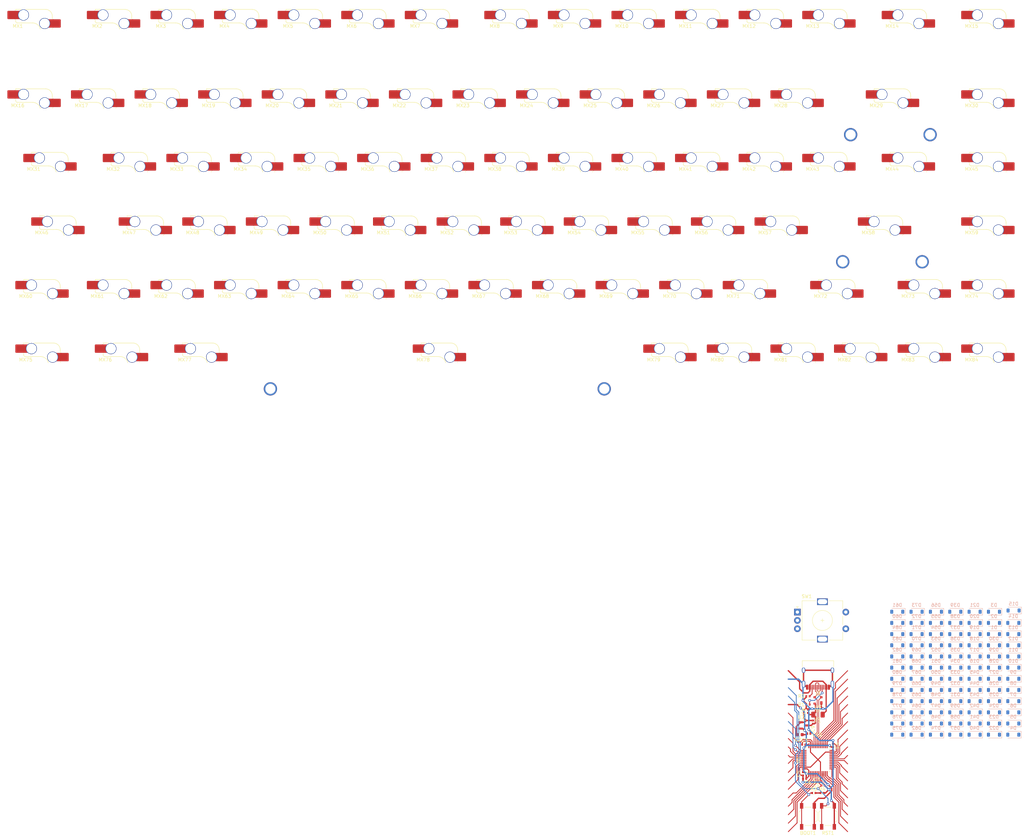
<source format=kicad_pcb>
(kicad_pcb (version 20221018) (generator pcbnew)
  (layers (0 "F.Cu" signal) (31 "B.Cu" signal) (34 "B.Paste" user) (35 "F.Paste" user) (36 "B.SilkS" user "B.Silkscreen") (37 "F.SilkS" user "F.Silkscreen") (38 "B.Mask" user) (39 "F.Mask" user) (44 "Edge.Cuts" user))
  (net 0 "")
  (net 1 "+5V")
  (net 2 "GND")
  (net 3 "+3V3")
  (net 4 "NRST")
  (net 5 "VBUS")
  (net 6 "Net-(J1-CC1)")
  (net 8 "Net-(D1-A)")
  (net 10 "Net-(J1-CC2)")
  (net 12 "BOOT0")
  (net 13 "/C15")
  (net 14 "/F0")
  (net 15 "/F1")
  (net 16 "/B1")
  (net 17 "/B2")
  (net 18 "/B10")
  (net 19 "/B11")
  (net 20 "/B12")
  (net 21 "/B13")
  (net 22 "/B14")
  (net 23 "/B15")
  (net 24 "/A8")
  (net 25 "/A15")
  (net 26 "/B4")
  (net 27 "/B5")
  (net 28 "/B6")
  (net 29 "/B7")
  (net 30 "/A2")
  (net 31 "/A3")
  (net 32 "/A4")
  (net 33 "/A5")
  (net 34 "/A6")
  (net 35 "/A7")
  (net 36 "/B0")
  (net 37 "/B3")
  (net 38 "/B8")
  (net 39 "/A1")
  (net 40 "/A9")
  (net 41 "/A10")
  (net 42 "/A13")
  (net 43 "/A14")
  (net 44 "Net-(R3-Pad2)")
  (net 45 "/A0")
  (net 46 "D+")
  (net 47 "D-")
  (net 49 "Net-(D2-A)")
  (net 51 "Net-(D3-A)")
  (net 53 "Net-(D4-A)")
  (net 55 "Net-(D5-A)")
  (net 57 "Net-(D6-A)")
  (net 59 "Net-(D7-A)")
  (net 61 "Net-(D8-A)")
  (net 63 "Net-(D9-A)")
  (net 65 "Net-(D10-A)")
  (net 67 "Net-(D11-A)")
  (net 69 "Net-(D12-A)")
  (net 71 "Net-(D13-A)")
  (net 73 "Net-(D14-A)")
  (net 75 "Net-(D15-A)")
  (net 77 "Net-(D16-A)")
  (net 79 "Net-(D17-A)")
  (net 81 "Net-(D18-A)")
  (net 83 "Net-(D19-A)")
  (net 85 "Net-(D20-A)")
  (net 87 "Net-(D21-A)")
  (net 89 "Net-(D22-A)")
  (net 91 "Net-(D23-A)")
  (net 93 "Net-(D24-A)")
  (net 95 "Net-(D25-A)")
  (net 97 "Net-(D26-A)")
  (net 99 "Net-(D27-A)")
  (net 101 "Net-(D28-A)")
  (net 103 "Net-(D29-A)")
  (net 105 "Net-(D30-A)")
  (net 107 "Net-(D31-A)")
  (net 109 "Net-(D32-A)")
  (net 111 "Net-(D33-A)")
  (net 113 "Net-(D34-A)")
  (net 115 "Net-(D35-A)")
  (net 117 "Net-(D36-A)")
  (net 119 "Net-(D37-A)")
  (net 121 "Net-(D38-A)")
  (net 123 "Net-(D39-A)")
  (net 125 "Net-(D40-A)")
  (net 127 "Net-(D41-A)")
  (net 129 "Net-(D42-A)")
  (net 131 "Net-(D43-A)")
  (net 133 "Net-(D44-A)")
  (net 135 "Net-(D45-A)")
  (net 137 "Net-(D46-A)")
  (net 139 "Net-(D47-A)")
  (net 141 "Net-(D48-A)")
  (net 143 "Net-(D49-A)")
  (net 145 "Net-(D50-A)")
  (net 147 "Net-(D51-A)")
  (net 149 "Net-(D52-A)")
  (net 151 "Net-(D53-A)")
  (net 153 "Net-(D54-A)")
  (net 155 "Net-(D55-A)")
  (net 157 "Net-(D56-A)")
  (net 159 "Net-(D57-A)")
  (net 161 "Net-(D58-A)")
  (net 163 "Net-(D59-A)")
  (net 165 "Net-(D60-A)")
  (net 167 "Net-(D61-A)")
  (net 169 "Net-(D62-A)")
  (net 171 "Net-(D63-A)")
  (net 173 "Net-(D64-A)")
  (net 175 "Net-(D65-A)")
  (net 177 "Net-(D66-A)")
  (net 179 "Net-(D67-A)")
  (net 181 "Net-(D68-A)")
  (net 183 "Net-(D69-A)")
  (net 185 "Net-(D70-A)")
  (net 187 "Net-(D71-A)")
  (net 189 "Net-(D72-A)")
  (net 191 "Net-(D73-A)")
  (net 193 "Net-(D74-A)")
  (net 195 "Net-(D75-A)")
  (net 197 "Net-(D76-A)")
  (net 199 "Net-(D77-A)")
  (net 201 "Net-(D78-A)")
  (net 203 "Net-(D79-A)")
  (net 205 "Net-(D80-A)")
  (net 207 "Net-(D81-A)")
  (net 209 "Net-(D82-A)")
  (net 211 "Net-(D83-A)")
  (net 213 "Net-(D84-A)")
  (net 296 "unconnected-(U1-PC13-Pad2)")
  (net 297 "unconnected-(U1-PC14-Pad3)")
  (net 298 "unconnected-(U1-PB9-Pad46)")
  (footprint "PCM_marbastlib-mx:SW_MX_HS_CPG151101S11_1u" (layer "F.Cu") (at 103.3825 50.3525)
    (fp_text reference "MX20")
    (fp_text value "MX_SW_HS")
  )
  (footprint "PCM_marbastlib-mx:SW_MX_HS_CPG151101S11_1u" (layer "F.Cu") (at 136.72 88.4525)
    (fp_text reference "MX51")
    (fp_text value "MX_SW_HS")
  )
  (footprint "PCM_marbastlib-mx:SW_MX_HS_CPG151101S11_1u" (layer "F.Cu") (at 112.9075 69.4025)
    (fp_text reference "MX35")
    (fp_text value "MX_SW_HS")
  )
  (footprint "PCM_marbastlib-mx:SW_MX_HS_CPG151101S11_1u" (layer "F.Cu") (at 312.9325 88.4525)
    (fp_text reference "MX59")
    (fp_text value "MX_SW_HS")
  )
  (footprint "PCM_marbastlib-mx:SW_MX_HS_CPG151101S11_1u" (layer "F.Cu") (at 231.97 88.4525)
    (fp_text reference "MX56")
    (fp_text value "MX_SW_HS")
  )
  (footprint "Capacitor_SMD:C_0402_1005Metric" (layer "F.Cu") (at 267.1675 240.43 90)
    (fp_text reference "C4")
    (fp_text value "100nF")
  )
  (footprint "PCM_marbastlib-mx:SW_MX_HS_CPG151101S11_1u" (layer "F.Cu") (at 255.7825 50.3525)
    (fp_text reference "MX28")
    (fp_text value "MX_SW_HS")
  )
  (footprint "Package_QFP:LQFP-48_7x7mm_P0.5mm" (layer "F.Cu") (at 262.6675 244.68 90)
    (fp_text reference "U1")
    (fp_text value "STM32F072CBT6")
  )
  (footprint "PCM_marbastlib-mx:SW_MX_HS_CPG151101S11_1u" (layer "F.Cu") (at 227.2075 26.54)
    (fp_text reference "MX11")
    (fp_text value "MX_SW_HS")
  )
  (footprint "PCM_marbastlib-mx:SW_MX_HS_CPG151101S11_1u" (layer "F.Cu") (at 246.2575 26.54)
    (fp_text reference "MX12")
    (fp_text value "MX_SW_HS")
  )
  (footprint "PCM_marbastlib-mx:SW_MX_HS_CPG151101S11_1u" (layer "F.Cu") (at 108.145 26.54)
    (fp_text reference "MX5")
    (fp_text value "MX_SW_HS")
  )
  (footprint "Capacitor_SMD:C_0402_1005Metric" (layer "F.Cu") (at 258.4175 240.18 180)
    (fp_text reference "C3")
    (fp_text value "100nF")
  )
  (footprint "PCM_marbastlib-mx:SW_MX_HS_CPG151101S11_1u" (layer "F.Cu") (at 70.045 107.5025)
    (fp_text reference "MX62")
    (fp_text value "MX_SW_HS")
  )
  (footprint "PCM_marbastlib-mx:SW_MX_HS_CPG151101S11_1u" (layer "F.Cu") (at 241.495 107.5025)
    (fp_text reference "MX71")
    (fp_text value "MX_SW_HS")
  )
  (footprint "PCM_marbastlib-mx:SW_MX_HS_CPG151101S11_1u" (layer "F.Cu") (at 198.6325 50.3525)
    (fp_text reference "MX25")
    (fp_text value "MX_SW_HS")
  )
  (footprint "PCM_marbastlib-mx:SW_MX_HS_CPG151101S11_1u" (layer "F.Cu") (at 55.7575 69.4025)
    (fp_text reference "MX32")
    (fp_text value "MX_SW_HS")
  )
  (footprint "PCM_marbastlib-mx:SW_MX_HS_CPG151101S11_1u" (layer "F.Cu") (at 98.62 88.4525)
    (fp_text reference "MX49")
    (fp_text value "MX_SW_HS")
  )
  (footprint "Button_Switch_SMD:SW_SPST_TL3342" (layer "F.Cu") (at 259.6675 261.68 -90)
    (fp_text reference "BOOT1")
    (fp_text value "SW_SPST")
  )
  (footprint "PCM_marbastlib-mx:SW_MX_HS_CPG151101S11_1u" (layer "F.Cu") (at 84.3325 50.3525)
    (fp_text reference "MX19")
    (fp_text value "MX_SW_HS")
  )
  (footprint "PCM_marbastlib-mx:SW_MX_HS_CPG151101S11_1u" (layer "F.Cu") (at 284.3575 50.3525)
    (fp_text reference "MX29")
    (fp_text value "MX_SW_HS")
  )
  (footprint "PCM_marbastlib-mx:SW_MX_HS_CPG151101S11_1u" (layer "F.Cu") (at 212.92 88.4525)
    (fp_text reference "MX55")
    (fp_text value "MX_SW_HS")
  )
  (footprint "PCM_marbastlib-mx:SW_MX_HS_CPG151101S11_1u" (layer "F.Cu") (at 312.9325 50.3525)
    (fp_text reference "MX30")
    (fp_text value "MX_SW_HS")
  )
  (footprint "Package_TO_SOT_SMD:SOT-143" (layer "F.Cu") (at 262.6675 226.93 180)
    (fp_text reference "U2")
    (fp_text value "PRTR5V0U2X")
  )
  (footprint "Capacitor_SMD:C_0402_1005Metric" (layer "F.Cu") (at 258.1675 248.93 -90)
    (fp_text reference "C5")
    (fp_text value "100nF")
  )
  (footprint "PCM_marbastlib-mx:SW_MX_HS_CPG151101S11_1u" (layer "F.Cu") (at 293.8825 107.5025)
    (fp_text reference "MX73")
    (fp_text value "MX_SW_HS")
  )
  (footprint "PCM_marbastlib-mx:SW_MX_HS_CPG151101S11_1u" (layer "F.Cu") (at 53.37625 126.5525)
    (fp_text reference "MX76")
    (fp_text value "MX_SW_HS")
  )
  (footprint "PCM_marbastlib-mx:SW_MX_HS_CPG151101S11_1u" (layer "F.Cu") (at 174.82 88.4525)
    (fp_text reference "MX53")
    (fp_text value "MX_SW_HS")
  )
  (footprint "PCM_marbastlib-mx:SW_MX_HS_CPG151101S11_1u" (layer "F.Cu") (at 122.4325 50.3525)
    (fp_text reference "MX21")
    (fp_text value "MX_SW_HS")
  )
  (footprint "PCM_marbastlib-mx:SW_MX_HS_CPG151101S11_1u" (layer "F.Cu") (at 312.9325 26.54)
    (fp_text reference "MX15")
    (fp_text value "MX_SW_HS")
  )
  (footprint "PCM_marbastlib-mx:SW_MX_HS_CPG151101S11_1u" (layer "F.Cu") (at 170.0575 69.4025)
    (fp_text reference "MX38")
    (fp_text value "MX_SW_HS")
  )
  (footprint "PCM_marbastlib-mx:SW_MX_HS_CPG151101S11_1u" (layer "F.Cu") (at 217.6825 126.5525)
    (fp_text reference "MX79")
    (fp_text value "MX_SW_HS")
  )
  (footprint "Button_Switch_SMD:SW_SPST_TL3342" (layer "F.Cu") (at 265.6675 261.68 90)
    (fp_text reference "RST1")
    (fp_text value "SW_SPST")
  )
  (footprint "PCM_marbastlib-mx:SW_MX_HS_CPG151101S11_1u" (layer "F.Cu") (at 27.1825 26.54)
    (fp_text reference "MX1")
    (fp_text value "MX_SW_HS")
  )
  (footprint "PCM_marbastlib-mx:SW_MX_HS_CPG151101S11_1u" (layer "F.Cu") (at 155.77 88.4525)
    (fp_text reference "MX52")
    (fp_text value "MX_SW_HS")
  )
  (footprint "PCM_marbastlib-mx:SW_MX_HS_CPG151101S11_1u" (layer "F.Cu") (at 89.095 107.5025)
    (fp_text reference "MX63")
    (fp_text value "MX_SW_HS")
  )
  (footprint "PCM_marbastlib-mx:SW_MX_HS_CPG151101S11_1u" (layer "F.Cu") (at 89.095 26.54)
    (fp_text reference "MX4")
    (fp_text value "MX_SW_HS")
  )
  (footprint "PCM_marbastlib-mx:SW_MX_HS_CPG151101S11_1u" (layer "F.Cu") (at 289.12 26.54)
    (fp_text reference "MX14")
    (fp_text value "MX_SW_HS")
  )
  (footprint "PCM_marbastlib-mx:SW_MX_HS_CPG151101S11_1u" (layer "F.Cu") (at 236.7325 126.5525)
    (fp_text reference "MX80")
    (fp_text value "MX_SW_HS")
  )
  (footprint "PCM_marbastlib-mx:SW_MX_HS_CPG151101S11_1u" (layer "F.Cu") (at 170.0575 26.54)
    (fp_text reference "MX8")
    (fp_text value "MX_SW_HS")
  )
  (footprint "PCM_marbastlib-mx:SW_MX_HS_CPG151101S11_1u" (layer "F.Cu") (at 281.97625 88.4525)
    (fp_text reference "MX58")
    (fp_text value "MX_SW_HS")
  )
  (footprint "PCM_marbastlib-mx:SW_MX_HS_CPG151101S11_1u" (layer "F.Cu") (at 217.6825 50.3525)
    (fp_text reference "MX26")
    (fp_text value "MX_SW_HS")
  )
  (footprint "PCM_marbastlib-mx:SW_MX_HS_CPG151101S11_1u" (layer "F.Cu") (at 31.945 69.4025)
    (fp_text reference "MX31")
    (fp_text value "MX_SW_HS")
  )
  (footprint "PCM_marbastlib-mx:SW_MX_HS_CPG151101S11_1u" (layer "F.Cu") (at 208.1575 69.4025)
    (fp_text reference "MX40")
    (fp_text value "MX_SW_HS")
  )
  (footprint "PCM_marbastlib-mx:SW_MX_HS_CPG151101S11_1u" (layer "F.Cu") (at 289.12 69.4025)
    (fp_text reference "MX44")
    (fp_text value "MX_SW_HS")
  )
  (footprint "PCM_marbastlib-mx:SW_MX_HS_CPG151101S11_1u" (layer "F.Cu") (at 203.395 107.5025)
    (fp_text reference "MX69")
    (fp_text value "MX_SW_HS")
  )
  (footprint "Package_TO_SOT_SMD:SOT-23" (layer "F.Cu") (at 258.4175 234.43)
    (fp_text reference "U3")
    (fp_text value "XC6206PxxxMR-Regulator_Linear")
  )
  (footprint "PCM_marbastlib-mx:SW_MX_HS_CPG151101S11_1u" (layer "F.Cu") (at 146.245 107.5025)
    (fp_text reference "MX66")
    (fp_text value "MX_SW_HS")
  )
  (footprint "PCM_marbastlib-mx:SW_MX_HS_CPG151101S11_1u" (layer "F.Cu") (at 189.1075 26.54)
    (fp_text reference "MX9")
    (fp_text value "MX_SW_HS")
  )
  (footprint "PCM_marbastlib-mx:SW_MX_HS_CPG151101S11_1u" (layer "F.Cu") (at 60.52 88.4525)
    (fp_text reference "MX47")
    (fp_text value "MX_SW_HS")
  )
  (footprint "PCM_marbastlib-mx:STAB_MX_P_6.25u" (layer "F.Cu") (at 148.62625 126.5525 180)
    (fp_text reference "S81" hide)
    (fp_text value "MX_stab")
  )
  (footprint "Capacitor_SMD:C_0402_1005Metric" (layer "F.Cu") (at 258.6675 250.43 180)
    (fp_text reference "C6")
    (fp_text value "100nF")
  )
  (footprint "PCM_marbastlib-mx:SW_MX_HS_CPG151101S11_1u" (layer "F.Cu") (at 148.62625 126.5525)
    (fp_text reference "MX78")
    (fp_text value "MX_SW_HS")
  )
  (footprint "PCM_marbastlib-mx:SW_MX_HS_CPG151101S11_1u" (layer "F.Cu") (at 208.1575 26.54)
    (fp_text reference "MX10")
    (fp_text value "MX_SW_HS")
  )
  (footprint "PCM_marbastlib-mx:SW_MX_HS_CPG151101S11_1u" (layer "F.Cu") (at 236.7325 50.3525)
    (fp_text reference "MX27")
    (fp_text value "MX_SW_HS")
  )
  (footprint "PCM_marbastlib-mx:SW_MX_HS_CPG151101S11_1u" (layer "F.Cu") (at 267.68875 107.5025)
    (fp_text reference "MX72")
    (fp_text value "MX_SW_HS")
  )
  (footprint "PCM_marbastlib-mx:SW_MX_HS_CPG151101S11_1u" (layer "F.Cu") (at 70.045 26.54)
    (fp_text reference "MX3")
    (fp_text value "MX_SW_HS")
  )
  (footprint "PCM_marbastlib-mx:SW_MX_HS_CPG151101S11_1u" (layer "F.Cu") (at 160.5325 50.3525)
    (fp_text reference "MX23")
    (fp_text value "MX_SW_HS")
  )
  (footprint "PCM_marbastlib-mx:SW_MX_HS_CPG151101S11_1u" (layer "F.Cu") (at 50.995 26.54)
    (fp_text reference "MX2")
    (fp_text value "MX_SW_HS")
  )
  (footprint "PCM_marbastlib-mx:SW_MX_HS_CPG151101S11_1u" (layer "F.Cu") (at 141.4825 50.3525)
    (fp_text reference "MX22")
    (fp_text value "MX_SW_HS")
  )
  (footprint "PCM_marbastlib-mx:SW_MX_HS_CPG151101S11_1u" (layer "F.Cu") (at 117.67 88.4525)
    (fp_text reference "MX50")
    (fp_text value "MX_SW_HS")
  )
  (footprint "PCM_marbastlib-mx:SW_MX_HS_CPG151101S11_1u" (layer "F.Cu") (at 312.9325 126.5525)
    (fp_text reference "MX84")
    (fp_text value "MX_SW_HS")
  )
  (footprint "Resistor_SMD:R_0402_1005Metric" (layer "F.Cu") (at 259.6675 228.18)
    (fp_text reference "R1")
    (fp_text value "5.1k")
  )
  (footprint "PCM_marbastlib-mx:SW_MX_HS_CPG151101S11_1u" (layer "F.Cu") (at 79.57 88.4525)
    (fp_text reference "MX48")
    (fp_text value "MX_SW_HS")
  )
  (footprint "PCM_marbastlib-mx:SW_MX_HS_CPG151101S11_1u" (layer "F.Cu") (at 74.8075 69.4025)
    (fp_text reference "MX33")
    (fp_text value "MX_SW_HS")
  )
  (footprint "PCM_marbastlib-mx:SW_MX_HS_CPG151101S11_1u" (layer "F.Cu") (at 27.1825 50.3525)
    (fp_text reference "MX16")
    (fp_text value "MX_SW_HS")
  )
  (footprint "PCM_marbastlib-mx:SW_MX_HS_CPG151101S11_1u" (layer "F.Cu") (at 46.2325 50.3525)
    (fp_text reference "MX17")
    (fp_text value "MX_SW_HS")
  )
  (footprint "PCM_marbastlib-mx:SW_MX_HS_CPG151101S11_1u" (layer "F.Cu") (at 131.9575 69.4025)
    (fp_text reference "MX36")
    (fp_text value "MX_SW_HS")
  )
  (footprint "Capacitor_SMD:C_0402_1005Metric" (layer "F.Cu") (at 259.9175 236.93)
    (fp_text reference "C10")
    (fp_text value "1uF")
  )
  (footprint "PCM_marbastlib-mx:SW_MX_HS_CPG151101S11_1u" (layer "F.Cu") (at 127.195 107.5025)
    (fp_text reference "MX65")
    (fp_text value "MX_SW_HS")
  )
  (footprint "Fuse:Fuse_1206_3216Metric" (layer "F.Cu") (at 262.6675 231.18 180)
    (fp_text reference "F1")
    (fp_text value "500mA")
  )
  (footprint "PCM_marbastlib-mx:SW_MX_HS_CPG151101S11_1u" (layer "F.Cu") (at 293.8825 126.5525)
    (fp_text reference "MX83")
    (fp_text value "MX_SW_HS")
  )
  (footprint "PCM_marbastlib-mx:SW_MX_HS_CPG151101S11_1u" (layer "F.Cu") (at 127.195 26.54)
    (fp_text reference "MX6")
    (fp_text value "MX_SW_HS")
  )
  (footprint "PCM_marbastlib-mx:SW_MX_HS_CPG151101S11_1u" (layer "F.Cu") (at 193.87 88.4525)
    (fp_text reference "MX54")
    (fp_text value "MX_SW_HS")
  )
  (footprint "PCM_marbastlib-mx:SW_MX_HS_CPG151101S11_1u" (layer "F.Cu") (at 227.2075 69.4025)
    (fp_text reference "MX41")
    (fp_text value "MX_SW_HS")
  )
  (footprint "Capacitor_SMD:C_0402_1005Metric" (layer "F.Cu") (at 261.1675 233.43 90)
    (fp_text reference "C9")
    (fp_text value "1uF")
  )
  (footprint "PCM_marbastlib-mx:SW_MX_HS_CPG151101S11_1u" (layer "F.Cu") (at 265.3075 26.54)
    (fp_text reference "MX13")
    (fp_text value "MX_SW_HS")
  )
  (footprint "PCM_marbastlib-mx:STAB_MX_P_2.25u" (layer "F.Cu") (at 281.97625 88.4525 180)
    (fp_text reference "S47" hide)
    (fp_text value "MX_stab")
  )
  (footprint "PCM_marbastlib-mx:SW_MX_HS_CPG151101S11_1u" (layer "F.Cu") (at 50.995 107.5025)
    (fp_text reference "MX61")
    (fp_text value "MX_SW_HS")
  )
  (footprint "PCM_marbastlib-mx:SW_MX_HS_CPG151101S11_1u" (layer "F.Cu") (at 34.32625 88.4525)
    (fp_text reference "MX46")
    (fp_text value "MX_SW_HS")
  )
  (footprint "Capacitor_SMD:C_0402_1005Metric" (layer "F.Cu") (at 264.180923 252.416577)
    (fp_text reference "C1")
    (fp_text value "100nF")
  )
  (footprint "Resistor_SMD:R_0402_1005Metric" (layer "F.Cu") (at 263.9175 254.68)
    (fp_text reference "R4")
    (fp_text value "5.1k")
  )
  (footprint "PCM_marbastlib-mx:SW_MX_HS_CPG151101S11_1u" (layer "F.Cu") (at 93.8575 69.4025)
    (fp_text reference "MX34")
    (fp_text value "MX_SW_HS")
  )
  (footprint "PCM_marbastlib-mx:SW_MX_HS_CPG151101S11_1u" (layer "F.Cu") (at 246.2575 69.4025)
    (fp_text reference "MX42")
    (fp_text value "MX_SW_HS")
  )
  (footprint "PCM_marbastlib-mx:SW_MX_HS_CPG151101S11_1u" (layer "F.Cu") (at 222.445 107.5025)
    (fp_text reference "MX70")
    (fp_text value "MX_SW_HS")
  )
  (footprint "PCM_marbastlib-mx:SW_MX_HS_CPG151101S11_1u" (layer "F.Cu") (at 265.3075 69.4025)
    (fp_text reference "MX43")
    (fp_text value "MX_SW_HS")
  )
  (footprint "PCM_marbastlib-mx:STAB_MX_P_2u" (layer "F.Cu") (at 284.3575 50.3525 180)
    (fp_text reference "S17" hide)
    (fp_text value "MX_stab")
  )
  (footprint "Rotary_Encoder:RotaryEncoder_Alps_EC11E-Switch_Vertical_H20mm" (layer "F.Cu") (at 256.4975 200.45)
    (fp_text reference "SW1")
    (fp_text value "RotaryEncoder_Switch")
  )
  (footprint "PCM_marbastlib-mx:SW_MX_HS_CPG151101S11_1u" (layer "F.Cu") (at 108.145 107.5025)
    (fp_text reference "MX64")
    (fp_text value "MX_SW_HS")
  )
  (footprint "Capacitor_SMD:C_0402_1005Metric" (layer "F.Cu") (at 264.180923 251.166577 180)
    (fp_text reference "C7")
    (fp_text value "100nF")
  )
  (footprint "PCM_marbastlib-mx:SW_MX_HS_CPG151101S11_1u" (layer "F.Cu") (at 179.5825 50.3525)
    (fp_text reference "MX24")
    (fp_text value "MX_SW_HS")
  )
  (footprint "Resistor_SMD:R_0402_1005Metric" (layer "F.Cu") (at 259.6675 225.68 180)
    (fp_text reference "R2")
    (fp_text value "5.1k")
  )
  (footprint "PCM_marbastlib-mx:SW_MX_HS_CPG151101S11_1u" (layer "F.Cu") (at 251.02 88.4525)
    (fp_text reference "MX57")
    (fp_text value "MX_SW_HS")
  )
  (footprint "PCM_marbastlib-mx:SW_MX_HS_CPG151101S11_1u" (layer "F.Cu") (at 274.8325 126.5525)
    (fp_text reference "MX82")
    (fp_text value "MX_SW_HS")
  )
  (footprint "PCM_marbastlib-mx:SW_MX_HS_CPG151101S11_1u" (layer "F.Cu") (at 165.295 107.5025)
    (fp_text reference "MX67")
    (fp_text value "MX_SW_HS")
  )
  (footprint "Connector_USB:USB_C_Receptacle_HRO_TYPE-C-31-M-12" (layer "F.Cu") (at 262.6675 218.93 180)
    (fp_text reference "J1")
    (fp_text value "USB_C_Receptacle_USB2.0")
  )
  (footprint "PCM_marbastlib-mx:SW_MX_HS_CPG151101S11_1u" (layer "F.Cu") (at 65.2825 50.3525)
    (fp_text reference "MX18")
    (fp_text value "MX_SW_HS")
  )
  (footprint "PCM_marbastlib-mx:SW_MX_HS_CPG151101S11_1u" (layer "F.Cu") (at 77.18875 126.5525)
    (fp_text reference "MX77")
    (fp_text value "MX_SW_HS")
  )
  (footprint "PCM_marbastlib-mx:SW_MX_HS_CPG151101S11_1u" (layer "F.Cu") (at 29.56375 126.5525)
    (fp_text reference "MX75")
    (fp_text value "MX_SW_HS")
  )
  (footprint "Resistor_SMD:R_0402_1005Metric" (layer "F.Cu") (at 261.4175 254.68)
    (fp_text reference "R3")
    (fp_text value "5.1k")
  )
  (footprint "PCM_marbastlib-mx:SW_MX_HS_CPG151101S11_1u" (layer "F.Cu") (at 255.7825 126.5525)
    (fp_text reference "MX81")
    (fp_text value "MX_SW_HS")
  )
  (footprint "Capacitor_SMD:C_0603_1608Metric" (layer "F.Cu") (at 257.1675 237.18 180)
    (fp_text reference "C2")
    (fp_text value "10uF")
  )
  (footprint "Capacitor_SMD:C_0402_1005Metric" (layer "F.Cu") (at 259.6675 230.18 90)
    (fp_text reference "C8")
    (fp_text value "100nF")
  )
  (footprint "PCM_marbastlib-mx:SW_MX_HS_CPG151101S11_1u" (layer "F.Cu") (at 312.9325 69.4025)
    (fp_text reference "MX45")
    (fp_text value "MX_SW_HS")
  )
  (footprint "PCM_marbastlib-mx:SW_MX_HS_CPG151101S11_1u" (layer "F.Cu") (at 184.345 107.5025)
    (fp_text reference "MX68")
    (fp_text value "MX_SW_HS")
  )
  (footprint "PCM_marbastlib-mx:SW_MX_HS_CPG151101S11_1u" (layer "F.Cu") (at 151.0075 69.4025)
    (fp_text reference "MX37")
    (fp_text value "MX_SW_HS")
  )
  (footprint "PCM_marbastlib-mx:SW_MX_HS_CPG151101S11_1u" (layer "F.Cu") (at 29.56375 107.5025)
    (fp_text reference "MX60")
    (fp_text value "MX_SW_HS")
  )
  (footprint "PCM_marbastlib-mx:SW_MX_HS_CPG151101S11_1u" (layer "F.Cu") (at 312.9325 107.5025)
    (fp_text reference "MX74")
    (fp_text value "MX_SW_HS")
  )
  (footprint "PCM_marbastlib-mx:SW_MX_HS_CPG151101S11_1u" (layer "F.Cu") (at 189.1075 69.4025)
    (fp_text reference "MX39")
    (fp_text value "MX_SW_HS")
  )
  (footprint "PCM_marbastlib-mx:SW_MX_HS_CPG151101S11_1u" (layer "F.Cu") (at 146.245 26.54)
    (fp_text reference "MX7")
    (fp_text value "MX_SW_HS")
  )
  (footprint "Diode_SMD:D_SOD-123" (layer "B.Cu") (at 309.592502 237.2 180)
    (fp_text reference "D40")
    (fp_text value "D_Small")
  )
  (footprint "Diode_SMD:D_SOD-123" (layer "B.Cu") (at 298.002502 210.4 180)
    (fp_text reference "D53")
    (fp_text value "D_Small")
  )
  (footprint "Diode_SMD:D_SOD-123" (layer "B.Cu") (at 298.002502 233.85 180)
    (fp_text reference "D46")
    (fp_text value "D_Small")
  )
  (footprint "Diode_SMD:D_SOD-123" (layer "B.Cu") (at 315.387502 213.75 180)
    (fp_text reference "D29")
    (fp_text value "D_Small")
  )
  (footprint "Diode_SMD:D_SOD-123" (layer "B.Cu") (at 315.387502 210.4 180)
    (fp_text reference "D30")
    (fp_text value "D_Small")
  )
  (footprint "Diode_SMD:D_SOD-123" (layer "B.Cu") (at 309.592502 230.5 180)
    (fp_text reference "D42")
    (fp_text value "D_Small")
  )
  (footprint "Diode_SMD:D_SOD-123" (layer "B.Cu") (at 292.207502 203.7 180)
    (fp_text reference "D72")
    (fp_text value "D_Small")
  )
  (footprint "Diode_SMD:D_SOD-123" (layer "B.Cu") (at 298.002502 217.1 180)
    (fp_text reference "D51")
    (fp_text value "D_Small")
  )
  (footprint "Diode_SMD:D_SOD-123" (layer "B.Cu") (at 321.266877 199.974375 180)
    (fp_text reference "D15")
    (fp_text value "D_Small")
  )
  (footprint "Diode_SMD:D_SOD-123" (layer "B.Cu") (at 298.002502 220.45 180)
    (fp_text reference "D50")
    (fp_text value "D_Small")
  )
  (footprint "Diode_SMD:D_SOD-123" (layer "B.Cu") (at 292.207502 207.05 180)
    (fp_text reference "D71")
    (fp_text value "D_Small")
  )
  (footprint "Diode_SMD:D_SOD-123" (layer "B.Cu") (at 309.592502 200.35 180)
    (fp_text reference "D21")
    (fp_text value "D_Small")
  )
  (footprint "Diode_SMD:D_SOD-123" (layer "B.Cu") (at 309.592502 203.7 180)
    (fp_text reference "D20")
    (fp_text value "D_Small")
  )
  (footprint "Diode_SMD:D_SOD-123" (layer "B.Cu") (at 292.207502 223.8 180)
    (fp_text reference "D66")
    (fp_text value "D_Small")
  )
  (footprint "Diode_SMD:D_SOD-123" (layer "B.Cu") (at 309.592502 223.8 180)
    (fp_text reference "D44")
    (fp_text value "D_Small")
  )
  (footprint "Diode_SMD:D_SOD-123" (layer "B.Cu") (at 286.412502 200.35 180)
    (fp_text reference "D61")
    (fp_text value "D_Small")
  )
  (footprint "Diode_SMD:D_SOD-123" (layer "B.Cu") (at 309.592502 213.75 180)
    (fp_text reference "D17")
    (fp_text value "D_Small")
  )
  (footprint "Diode_SMD:D_SOD-123" (layer "B.Cu") (at 303.797502 210.4 180)
    (fp_text reference "D36")
    (fp_text value "D_Small")
  )
  (footprint "Diode_SMD:D_SOD-123" (layer "B.Cu") (at 315.387502 237.2 180)
    (fp_text reference "D22")
    (fp_text value "D_Small")
  )
  (footprint "Diode_SMD:D_SOD-123" (layer "B.Cu") (at 292.207502 217.1 180)
    (fp_text reference "D68")
    (fp_text value "D_Small")
  )
  (footprint "Diode_SMD:D_SOD-123" (layer "B.Cu") (at 315.387502 223.8 180)
    (fp_text reference "D26")
    (fp_text value "D_Small")
  )
  (footprint "Diode_SMD:D_SOD-123" (layer "B.Cu") (at 298.002502 200.35 180)
    (fp_text reference "D56")
    (fp_text value "D_Small")
  )
  (footprint "Diode_SMD:D_SOD-123" (layer "B.Cu") (at 321.182502 227.15 180)
    (fp_text reference "D7")
    (fp_text value "D_Small")
  )
  (footprint "Diode_SMD:D_SOD-123" (layer "B.Cu") (at 303.797502 230.5 180)
    (fp_text reference "D59")
    (fp_text value "D_Small")
  )
  (footprint "Diode_SMD:D_SOD-123" (layer "B.Cu") (at 315.387502 233.85 180)
    (fp_text reference "D23")
    (fp_text value "D_Small")
  )
  (footprint "Diode_SMD:D_SOD-123" (layer "B.Cu") (at 321.182502 233.85 180)
    (fp_text reference "D5")
    (fp_text value "D_Small")
  )
  (footprint "Diode_SMD:D_SOD-123" (layer "B.Cu") (at 303.797502 237.2 180)
    (fp_text reference "D57")
    (fp_text value "D_Small")
  )
  (footprint "Diode_SMD:D_SOD-123" (layer "B.Cu") (at 286.412502 210.4 180)
    (fp_text reference "D83")
    (fp_text value "D_Small")
  )
  (footprint "Diode_SMD:D_SOD-123" (layer "B.Cu") (at 321.182502 207.05 180)
    (fp_text reference "D13")
    (fp_text value "D_Small")
  )
  (footprint "Diode_SMD:D_SOD-123" (layer "B.Cu") (at 315.387502 207.05 180)
    (fp_text reference "D1")
    (fp_text value "D_Small")
  )
  (footprint "Diode_SMD:D_SOD-123" (layer "B.Cu") (at 309.592502 217.1 180)
    (fp_text reference "D16")
    (fp_text value "D_Small")
  )
  (footprint "Diode_SMD:D_SOD-123" (layer "B.Cu") (at 321.182502 210.4 180)
    (fp_text reference "D12")
    (fp_text value "D_Small")
  )
  (footprint "Diode_SMD:D_SOD-123" (layer "B.Cu") (at 298.002502 230.5 180)
    (fp_text reference "D47")
    (fp_text value "D_Small")
  )
  (footprint "Diode_SMD:D_SOD-123" (layer "B.Cu") (at 292.207502 230.5 180)
    (fp_text reference "D64")
    (fp_text value "D_Small")
  )
  (footprint "Diode_SMD:D_SOD-123" (layer "B.Cu") (at 286.412502 237.2 180)
    (fp_text reference "D75")
    (fp_text value "D_Small")
  )
  (footprint "Diode_SMD:D_SOD-123" (layer "B.Cu") (at 309.592502 210.4 180)
    (fp_text reference "D18")
    (fp_text value "D_Small")
  )
  (footprint "Diode_SMD:D_SOD-123" (layer "B.Cu") (at 321.182502 230.5 180)
    (fp_text reference "D6")
    (fp_text value "D_Small")
  )
  (footprint "Diode_SMD:D_SOD-123" (layer "B.Cu") (at 292.207502 213.75 180)
    (fp_text reference "D69")
    (fp_text value "D_Small")
  )
  (footprint "Diode_SMD:D_SOD-123" (layer "B.Cu") (at 286.412502 230.5 180)
    (fp_text reference "D77")
    (fp_text value "D_Small")
  )
  (footprint "Diode_SMD:D_SOD-123" (layer "B.Cu") (at 286.412502 207.05 180)
    (fp_text reference "D84")
    (fp_text value "D_Small")
  )
  (footprint "Diode_SMD:D_SOD-123" (layer "B.Cu") (at 286.412502 227.15 180)
    (fp_text reference "D78")
    (fp_text value "D_Small")
  )
  (footprint "Diode_SMD:D_SOD-123" (layer "B.Cu") (at 286.412502 213.75 180)
    (fp_text reference "D82")
    (fp_text value "D_Small")
  )
  (footprint "Diode_SMD:D_SOD-123" (layer "B.Cu") (at 298.002502 213.75 180)
    (fp_text reference "D52")
    (fp_text value "D_Small")
  )
  (footprint "Diode_SMD:D_SOD-123" (layer "B.Cu") (at 321.182502 213.75 180)
    (fp_text reference "D11")
    (fp_text value "D_Small")
  )
  (footprint "Diode_SMD:D_SOD-123" (layer "B.Cu") (at 315.387502 230.5 180)
    (fp_text reference "D24")
    (fp_text value "D_Small")
  )
  (footprint "Diode_SMD:D_SOD-123" (layer "B.Cu") (at 298.002502 237.2 180)
    (fp_text reference "D74")
    (fp_text value "D_Small")
  )
  (footprint "Diode_SMD:D_SOD-123" (layer "B.Cu") (at 321.182502 237.2 180)
    (fp_text reference "D4")
    (fp_text value "D_Small")
  )
  (footprint "Diode_SMD:D_SOD-123" (layer "B.Cu") (at 303.797502 200.35 180)
    (fp_text reference "D39")
    (fp_text value "D_Small")
  )
  (footprint "Diode_SMD:D_SOD-123" (layer "B.Cu") (at 309.592502 207.05 180)
    (fp_text reference "D19")
    (fp_text value "D_Small")
  )
  (footprint "Diode_SMD:D_SOD-123" (layer "B.Cu") (at 315.387502 220.45 180)
    (fp_text reference "D27")
    (fp_text value "D_Small")
  )
  (footprint "Diode_SMD:D_SOD-123" (layer "B.Cu") (at 321.182502 223.8 180)
    (fp_text reference "D8")
    (fp_text value "D_Small")
  )
  (footprint "Diode_SMD:D_SOD-123" (layer "B.Cu") (at 303.797502 220.45 180)
    (fp_text reference "D33")
    (fp_text value "D_Small")
  )
  (footprint "Diode_SMD:D_SOD-123" (layer "B.Cu") (at 321.182502 220.45 180)
    (fp_text reference "D9")
    (fp_text value "D_Small")
  )
  (footprint "Diode_SMD:D_SOD-123" (layer "B.Cu") (at 292.207502 237.2 180)
    (fp_text reference "D62")
    (fp_text value "D_Small")
  )
  (footprint "Diode_SMD:D_SOD-123" (layer "B.Cu") (at 309.592502 227.15 180)
    (fp_text reference "D43")
    (fp_text value "D_Small")
  )
  (footprint "Diode_SMD:D_SOD-123" (layer "B.Cu") (at 309.592502 233.85 180)
    (fp_text reference "D41")
    (fp_text value "D_Small")
  )
  (footprint "Diode_SMD:D_SOD-123" (layer "B.Cu") (at 303.797502 233.85 180)
    (fp_text reference "D58")
    (fp_text value "D_Small")
  )
  (footprint "Diode_SMD:D_SOD-123" (layer "B.Cu") (at 292.207502 220.45 180)
    (fp_text reference "D67")
    (fp_text value "D_Small")
  )
  (footprint "Diode_SMD:D_SOD-123" (layer "B.Cu") (at 298.002502 223.8 180)
    (fp_text reference "D49")
    (fp_text value "D_Small")
  )
  (footprint "Diode_SMD:D_SOD-123" (layer "B.Cu") (at 315.387502 227.15 180)
    (fp_text reference "D25")
    (fp_text value "D_Small")
  )
  (footprint "Diode_SMD:D_SOD-123" (layer "B.Cu") (at 298.002502 227.15 180)
    (fp_text reference "D48")
    (fp_text value "D_Small")
  )
  (footprint "Diode_SMD:D_SOD-123" (layer "B.Cu") (at 292.207502 200.35 180)
    (fp_text reference "D73")
    (fp_text value "D_Small")
  )
  (footprint "Diode_SMD:D_SOD-123" (layer "B.Cu") (at 286.412502 203.7 180)
    (fp_text reference "D60")
    (fp_text value "D_Small")
  )
  (footprint "Diode_SMD:D_SOD-123" (layer "B.Cu") (at 303.797502 213.75 180)
    (fp_text reference "D35")
    (fp_text value "D_Small")
  )
  (footprint "Diode_SMD:D_SOD-123" (layer "B.Cu") (at 309.592502 220.45 180)
    (fp_text reference "D45")
    (fp_text value "D_Small")
  )
  (footprint "Diode_SMD:D_SOD-123" (layer "B.Cu") (at 298.002502 207.05 180)
    (fp_text reference "D54")
    (fp_text value "D_Small")
  )
  (footprint "Diode_SMD:D_SOD-123" (layer "B.Cu") (at 303.797502 217.1 180)
    (fp_text reference "D34")
    (fp_text value "D_Small")
  )
  (footprint "Diode_SMD:D_SOD-123" (layer "B.Cu") (at 315.387502 217.1 180)
    (fp_text reference "D28")
    (fp_text value "D_Small")
  )
  (footprint "Diode_SMD:D_SOD-123" (layer "B.Cu") (at 298.002502 203.7 180)
    (fp_text reference "D55")
    (fp_text value "D_Small")
  )
  (footprint "Diode_SMD:D_SOD-123" (layer "B.Cu") (at 303.797502 227.15 180)
    (fp_text reference "D31")
    (fp_text value "D_Small")
  )
  (footprint "Diode_SMD:D_SOD-123" (layer "B.Cu") (at 303.797502 223.8 180)
    (fp_text reference "D32")
    (fp_text value "D_Small")
  )
  (footprint "Diode_SMD:D_SOD-123" (layer "B.Cu") (at 315.387502 200.35 180)
    (fp_text reference "D3")
    (fp_text value "D_Small")
  )
  (footprint "Diode_SMD:D_SOD-123" (layer "B.Cu") (at 286.412502 233.85 180)
    (fp_text reference "D76")
    (fp_text value "D_Small")
  )
  (footprint "Diode_SMD:D_SOD-123" (layer "B.Cu") (at 321.182502 217.1 180)
    (fp_text reference "D10")
    (fp_text value "D_Small")
  )
  (footprint "Diode_SMD:D_SOD-123" (layer "B.Cu") (at 286.412502 217.1 180)
    (fp_text reference "D81")
    (fp_text value "D_Small")
  )
  (footprint "Diode_SMD:D_SOD-123" (layer "B.Cu") (at 286.412502 223.8 180)
    (fp_text reference "D79")
    (fp_text value "D_Small")
  )
  (footprint "Diode_SMD:D_SOD-123" (layer "B.Cu") (at 303.797502 207.05 180)
    (fp_text reference "D37")
    (fp_text value "D_Small")
  )
  (footprint "Diode_SMD:D_SOD-123" (layer "B.Cu") (at 292.207502 210.4 180)
    (fp_text reference "D70")
    (fp_text value "D_Small")
  )
  (footprint "Diode_SMD:D_SOD-123" (layer "B.Cu") (at 303.797502 203.7 180)
    (fp_text reference "D38")
    (fp_text value "D_Small")
  )
  (footprint "Diode_SMD:D_SOD-123" (layer "B.Cu") (at 292.207502 227.15 180)
    (fp_text reference "D65")
    (fp_text value "D_Small")
  )
  (footprint "Diode_SMD:D_SOD-123" (layer "B.Cu") (at 315.387502 203.7 180)
    (fp_text reference "D2")
    (fp_text value "D_Small")
  )
  (footprint "Diode_SMD:D_SOD-123" (layer "B.Cu") (at 292.207502 233.85 180)
    (fp_text reference "D63")
    (fp_text value "D_Small")
  )
  (footprint "Diode_SMD:D_SOD-123" (layer "B.Cu") (at 286.412502 220.45 180)
    (fp_text reference "D80")
    (fp_text value "D_Small")
  )
  (footprint "Diode_SMD:D_SOD-123" (layer "B.Cu") (at 321.182502 203.7 180)
    (fp_text reference "D14")
    (fp_text value "D_Small")
  )
  (segment (start 261.9175 233.68) (end 261.9175 231.83) (width 0.4) (layer "F.Cu") (net 1))
  (segment (start 261.9175 228.13) (end 261.6675 227.88) (width 0.4) (layer "F.Cu") (net 1))
  (segment (start 260.1875 231.18) (end 259.6675 230.66) (width 0.4) (layer "F.Cu") (net 1))
  (segment (start 259.355 234.43) (end 260.6475 234.43) (width 0.4) (layer "F.Cu") (net 1))
  (segment (start 261.9175 230.53) (end 261.9175 228.13) (width 0.4) (layer "F.Cu") (net 1))
  (segment (start 261.2675 231.18) (end 261.9175 230.53) (width 0.4) (layer "F.Cu") (net 1))
  (segment (start 260.6475 234.43) (end 261.1675 233.91) (width 0.4) (layer "F.Cu") (net 1))
  (segment (start 261.9175 231.83) (end 261.2675 231.18) (width 0.4) (layer "F.Cu") (net 1))
  (segment (start 261.2675 231.18) (end 260.1875 231.18) (width 0.4) (layer "F.Cu") (net 1))
  (segment (start 261.1675 233.91) (end 261.6875 233.91) (width 0.4) (layer "F.Cu") (net 1))
  (segment (start 261.6875 233.91) (end 261.9175 233.68) (width 0.4) (layer "F.Cu") (net 1))
  (segment (start 258.3475 222.06) (end 258.3475 217.88) (width 0.4) (layer "F.Cu") (net 2))
  (segment (start 268.1675 240.43) (end 267.6875 239.95) (width 0.3) (layer "F.Cu") (net 2))
  (segment (start 257.9375 239.66) (end 257.9375 240.18) (width 0.3) (layer "F.Cu") (net 2))
  (segment (start 263.700923 251.284133) (end 263.700923 251.166577) (width 0.4) (layer "F.Cu") (net 2))
  (segment (start 263.4175 248.8425) (end 263.4175 250.883154) (width 0.3) (layer "F.Cu") (net 2))
  (segment (start 256.1675 234.7925) (end 257.48 233.48) (width 0.4) (layer "F.Cu") (net 2))
  (segment (start 258.1875 250.43) (end 258.1675 251.43) (width 0.4) (layer "F.Cu") (net 2))
  (segment (start 257.48 233.48) (end 258.6375 233.48) (width 0.4) (layer "F.Cu") (net 2))
  (segment (start 263.4175 248.8425) (end 263.4175 245.43) (width 0.3) (layer "F.Cu") (net 2))
  (segment (start 266.9875 217.88) (end 266.9875 222.06) (width 0.4) (layer "F.Cu") (net 2))
  (segment (start 263.4175 245.43) (end 262.6675 244.68) (width 0.3) (layer "F.Cu") (net 2))
  (segment (start 260.4175 240.5175) (end 260.4175 242.43) (width 0.3) (layer "F.Cu") (net 2))
  (segment (start 259.1575 227.92) (end 259.1575 228.18) (width 0.4) (layer "F.Cu") (net 2))
  (segment (start 266.83 242.43) (end 264.9175 242.43) (width 0.3) (layer "F.Cu") (net 2))
  (segment (start 258.1675 226.93) (end 259.1575 225.94) (width 0.4) (layer "F.Cu") (net 2))
  (segment (start 259.9175 235.68) (end 260.3975 236.16) (width 0.4) (layer "F.Cu") (net 2))
  (segment (start 258.505 246.93) (end 257.4175 246.93) (width 0.3) (layer "F.Cu") (net 2))
  (segment (start 266.6675 256.93) (end 267.5675 257.83) (width 0.4) (layer "F.Cu") (net 2))
  (segment (start 258.6375 233.48) (end 259.1675 232.95) (width 0.4) (layer "F.Cu") (net 2))
  (segment (start 258.1675 249.41) (end 258.1675 250.41) (width 0.4) (layer "F.Cu") (net 2))
  (segment (start 264.1675 229.43) (end 263.6675 228.93) (width 0.4) (layer "F.Cu") (net 2))
  (segment (start 267.1675 239.95) (end 267.1675 238.93) (width 0.4) (layer "F.Cu") (net 2))
  (segment (start 257.1675 247.18) (end 257.1675 248.93) (width 0.3) (layer "F.Cu") (net 2))
  (segment (start 256.1675 236.955) (end 256.1675 234.7925) (width 0.4) (layer "F.Cu") (net 2))
  (segment (start 262.6675 244.68) (end 260.4175 246.93) (width 0.3) (layer "F.Cu") (net 2))
  (segment (start 257.6475 249.41) (end 258.1675 249.41) (width 0.3) (layer "F.Cu") (net 2))
  (segment (start 263.4175 250.883154) (end 263.700923 251.166577) (width 0.3) (layer "F.Cu") (net 2))
  (segment (start 267.5675 257.83) (end 267.5675 258.53) (width 0.4) (layer "F.Cu") (net 2))
  (segment (start 259.4175 222.975) (end 259.2625 222.975) (width 0.4) (layer "F.Cu") (net 2))
  (segment (start 264.660923 252.416577) (end 264.660923 252.244133) (width 0.4) (layer "F.Cu") (net 2))
  (segment (start 267.5675 258.53) (end 267.5675 264.83) (width 0.4) (layer "F.Cu") (net 2))
  (segment (start 258.3475 217.88) (end 266.9875 217.88) (width 0.4) (layer "F.Cu") (net 2))
  (segment (start 260.4175 242.43) (end 262.6675 244.68) (width 0.3) (layer "F.Cu") (net 2))
  (segment (start 259.2625 222.975) (end 258.3475 222.06) (width 0.4) (layer "F.Cu") (net 2))
  (segment (start 260.9175 229.43) (end 259.9375 229.43) (width 0.4) (layer "F.Cu") (net 2))
  (segment (start 267.6875 239.95) (end 267.1675 239.95) (width 0.3) (layer "F.Cu") (net 2))
  (segment (start 264.680923 252.416577) (end 265.930923 253.666577) (width 0.4) (layer "F.Cu") (net 2))
  (segment (start 263.6675 228.93) (end 263.6675 227.68) (width 0.4) (layer "F.Cu") (net 2))
  (segment (start 264.9175 242.43) (end 262.6675 244.68) (width 0.3) (layer "F.Cu") (net 2))
  (segment (start 264.4275 254.68) (end 264.9175 254.68) (width 0.4) (layer "F.Cu") (net 2))
  (segment (start 268.1675 242.18) (end 268.1675 240.43) (width 0.3) (layer "F.Cu") (net 2))
  (segment (start 259.1575 229.19) (end 258.4175 229.93) (width 0.4) (layer "F.Cu") (net 2))
  (segment (start 258.4175 232.2) (end 259.1675 232.95) (width 0.4) (layer "F.Cu") (net 2))
  (segment (start 259.9375 229.43) (end 259.6675 229.7) (width 0.4) (layer "F.Cu") (net 2))
  (segment (start 259.1575 229.19) (end 259.1575 228.18) (width 0.4) (layer "F.Cu") (net 2))
  (segment (start 259.1575 225.94) (end 259.1575 225.68) (width 0.4) (layer "F.Cu") (net 2))
  (segment (start 266.9875 222.06) (end 266.0725 222.975) (width 0.4) (layer "F.Cu") (net 2))
  (segment (start 257.1675 248.93) (end 257.6475 249.41) (width 0.3) (layer "F.Cu") (net 2))
  (segment (start 266.0725 222.975) (end 265.9175 222.975) (width 0.4) (layer "F.Cu") (net 2))
  (segment (start 261.1675 232.95) (end 259.1675 232.95) (width 0.4) (layer "F.Cu") (net 2))
  (segment (start 257.4175 246.93) (end 257.1675 247.18) (width 0.3) (layer "F.Cu") (net 2))
  (segment (start 260.1675 239.18) (end 258.4175 239.18) (width 0.3) (layer "F.Cu") (net 2))
  (segment (start 266.83 242.43) (end 267.9175 242.43) (width 0.3) (layer "F.Cu") (net 2))
  (segment (start 260.4175 239.43) (end 260.1675 239.18) (width 0.3) (layer "F.Cu") (net 2))
  (segment (start 258.4175 229.93) (end 258.4175 232.2) (width 0.4) (layer "F.Cu") (net 2))
  (segment (start 264.9175 254.68) (end 265.930923 253.666577) (width 0.4) (layer "F.Cu") (net 2))
  (segment (start 258.1675 226.93) (end 259.1575 227.92) (width 0.4) (layer "F.Cu") (net 2))
  (segment (start 267.9175 242.43) (end 268.1675 242.18) (width 0.3) (layer "F.Cu") (net 2))
  (segment (start 260.4175 246.93) (end 258.505 246.93) (width 0.3) (layer "F.Cu") (net 2))
  (segment (start 260.3975 236.16) (end 260.3975 236.93) (width 0.4) (layer "F.Cu") (net 2))
  (segment (start 258.4175 239.18) (end 257.9375 239.66) (width 0.3) (layer "F.Cu") (net 2))
  (segment (start 260.4175 240.5175) (end 260.4175 239.43) (width 0.3) (layer "F.Cu") (net 2))
  (segment (start 264.660923 252.244133) (end 263.700923 251.284133) (width 0.4) (layer "F.Cu") (net 2))
  (segment (start 259.6675 229.7) (end 259.1575 229.19) (width 0.4) (layer "F.Cu") (net 2))
  (via (at 265.930923 253.666577) (size 0.8) (drill 0.4) (layers "F.Cu" "B.Cu") (net 2))
  (via (at 259.9175 235.68) (size 0.8) (drill 0.4) (layers "F.Cu" "B.Cu") (net 2))
  (via (at 260.9175 229.43) (size 0.8) (drill 0.4) (layers "F.Cu" "B.Cu") (net 2))
  (via (at 258.1675 226.93) (size 0.8) (drill 0.4) (layers "F.Cu" "B.Cu") (net 2))
  (via (at 258.1675 251.43) (size 0.8) (drill 0.4) (layers "F.Cu" "B.Cu") (net 2))
  (via (at 267.1675 238.93) (size 0.8) (drill 0.4) (layers "F.Cu" "B.Cu") (net 2))
  (via (at 264.1675 229.43) (size 0.8) (drill 0.4) (layers "F.Cu" "B.Cu") (net 2))
  (via (at 266.6675 256.93) (size 0.8) (drill 0.4) (layers "F.Cu" "B.Cu") (net 2))
  (segment (start 253.7775 220.555) (end 256.8425 220.555) (width 0.4) (layer "B.Cu") (net 2))
  (segment (start 256.8425 220.555) (end 258.3475 222.06) (width 0.4) (layer "B.Cu") (net 2))
  (segment (start 265.930923 253.666577) (end 266.6675 254.403154) (width 0.4) (layer "B.Cu") (net 2))
  (segment (start 259.9175 229.93) (end 260.4175 229.43) (width 0.4) (layer "B.Cu") (net 2))
  (segment (start 266.6675 254.403154) (end 266.6675 256.93) (width 0.4) (layer "B.Cu") (net 2))
  (segment (start 267.1675 238.93) (end 267.1675 252.43) (width 0.4) (layer "B.Cu") (net 2))
  (segment (start 260.9175 229.43) (end 260.4175 229.43) (width 0.4) (layer "B.Cu") (net 2))
  (segment (start 258.1675 227.18) (end 260.4175 229.43) (width 0.4) (layer "B.Cu") (net 2))
  (segment (start 267.1675 238.93) (end 263.1675 238.93) (width 0.4) (layer "B.Cu") (net 2))
  (segment (start 258.1675 226.93) (end 258.1675 227.18) (width 0.4) (layer "B.Cu") (net 2))
  (segment (start 263.694346 251.43) (end 265.930923 253.666577) (width 0.4) (layer "B.Cu") (net 2))
  (segment (start 267.1675 222.24) (end 267.1675 227.18) (width 0.4) (layer "B.Cu") (net 2))
  (segment (start 259.9175 235.68) (end 259.9175 229.93) (width 0.4) (layer "B.Cu") (net 2))
  (segment (start 267.1675 227.18) (end 264.9175 229.43) (width 0.4) (layer "B.Cu") (net 2))
  (segment (start 258.1675 251.43) (end 263.694346 251.43) (width 0.4) (layer "B.Cu") (net 2))
  (segment (start 264.9175 229.43) (end 264.1675 229.43) (width 0.4) (layer "B.Cu") (net 2))
  (segment (start 267.1675 252.43) (end 265.930923 253.666577) (width 0.4) (layer "B.Cu") (net 2))
  (segment (start 258.1675 226.93) (end 258.1675 222.24) (width 0.4) (layer "B.Cu") (net 2))
  (segment (start 264.1675 229.43) (end 260.9175 229.43) (width 0.4) (layer "B.Cu") (net 2))
  (segment (start 263.1675 238.93) (end 259.9175 235.68) (width 0.4) (layer "B.Cu") (net 2))
  (segment (start 259.9175 240.5175) (end 259.58 240.18) (width 0.3) (layer "F.Cu") (net 3))
  (segment (start 259.1475 248.95) (end 259.1475 250.43) (width 0.4) (layer "F.Cu") (net 3))
  (segment (start 264.680923 251.166577) (end 265.680923 252.166577) (width 0.4) (layer "F.Cu") (net 3))
  (segment (start 258.4175 241.18) (end 258.8975 240.7) (width 0.4) (layer "F.Cu") (net 3))
  (segment (start 266.788423 253.274077) (end 265.680923 252.166577) (width 0.4) (layer "F.Cu") (net 3))
  (segment (start 256.4125 228.175) (end 253.7775 228.175) (width 0.4) (layer "F.Cu") (net 3))
  (segment (start 257.48 235.38) (end 258.1175 235.38) (width 0.4) (layer "F.Cu") (net 3))
  (segment (start 259.1475 250.43) (end 259.9175 249.66) (width 0.3) (layer "F.Cu") (net 3))
  (segment (start 258.6875 248.45) (end 258.1675 248.45) (width 0.4) (layer "F.Cu") (net 3))
  (segment (start 267.1675 240.91) (end 266.6475 240.91) (width 0.4) (layer "F.Cu") (net 3))
  (segment (start 259.9175 249.66) (end 259.9175 248.8425) (width 0.3) (layer "F.Cu") (net 3))
  (segment (start 258.8975 240.7) (end 258.8975 240.18) (width 0.4) (layer "F.Cu") (net 3))
  (segment (start 259.58 240.18) (end 258.8975 240.18) (width 0.3) (layer "F.Cu") (net 3))
  (segment (start 261.5675 258.53) (end 261.5675 257.53) (width 0.4) (layer "F.Cu") (net 3))
  (segment (start 261.5675 258.53) (end 261.5675 264.83) (width 0.4) (layer "F.Cu") (net 3))
  (segment (start 259.4375 236.7) (end 259.4375 236.93) (width 0.4) (layer "F.Cu") (net 3))
  (segment (start 258.1175 235.38) (end 259.4375 236.7) (width 0.4) (layer "F.Cu") (net 3))
  (segment (start 258.505 247.43) (end 259.4175 247.43) (width 0.3) (layer "F.Cu") (net 3))
  (segment (start 259.1875 237.18) (end 257.9425 237.18) (width 0.4) (layer "F.Cu") (net 3))
  (segment (start 263.9175 250.18) (end 264.660923 250.923423) (width 0.3) (layer "F.Cu") (net 3))
  (segment (start 259.4175 247.43) (end 259.9175 247.93) (width 0.3) (layer "F.Cu") (net 3))
  (segment (start 261.5675 257.53) (end 262.8175 256.28) (width 0.4) (layer "F.Cu") (net 3))
  (segment (start 259.1675 248.93) (end 258.6875 248.45) (width 0.4) (layer "F.Cu") (net 3))
  (segment (start 263.9175 248.8425) (end 263.9175 250.18) (width 0.3) (layer "F.Cu") (net 3))
  (segment (start 262.8175 256.28) (end 264.5675 256.28) (width 0.4) (layer "F.Cu") (net 3))
  (segment (start 259.9175 247.93) (end 259.9175 248.8425) (width 0.3) (layer "F.Cu") (net 3))
  (segment (start 266.788423 254.059077) (end 266.788423 253.274077) (width 0.4) (layer "F.Cu") (net 3))
  (segment (start 264.660923 250.923423) (end 264.660923 251.166577) (width 0.3) (layer "F.Cu") (net 3))
  (segment (start 258.1175 235.38) (end 258.6675 235.93) (width 0.4) (layer "F.Cu") (net 3))
  (segment (start 259.1675 248.93) (end 259.1475 248.95) (width 0.4) (layer "F.Cu") (net 3))
  (segment (start 257.4175 229.18) (end 256.4125 228.175) (width 0.4) (layer "F.Cu") (net 3))
  (segment (start 264.5675 256.28) (end 266.788423 254.059077) (width 0.4) (layer "F.Cu") (net 3))
  (segment (start 267.1675 241.5925) (end 267.1675 240.91) (width 0.3) (layer "F.Cu") (net 3))
  (segment (start 266.6475 240.91) (end 266.1675 240.43) (width 0.4) (layer "F.Cu") (net 3))
  (segment (start 266.83 241.93) (end 267.1675 241.5925) (width 0.3) (layer "F.Cu") (net 3))
  (segment (start 258.1675 247.7675) (end 258.505 247.43) (width 0.3) (layer "F.Cu") (net 3))
  (segment (start 258.1675 248.45) (end 258.1675 247.7675) (width 0.3) (layer "F.Cu") (net 3))
  (via (at 265.680923 252.166577) (size 0.8) (drill 0.4) (layers "F.Cu" "B.Cu") (net 3))
  (via (at 258.4175 241.18) (size 0.8) (drill 0.4) (layers "F.Cu" "B.Cu") (net 3))
  (via (at 266.1675 240.43) (size 0.8) (drill 0.4) (layers "F.Cu" "B.Cu") (net 3))
  (via (at 259.1675 248.93) (size 0.8) (drill 0.4) (layers "F.Cu" "B.Cu") (net 3))
  (via (at 258.6675 235.93) (size 0.8) (drill 0.4) (layers "F.Cu" "B.Cu") (net 3))
  (via (at 257.4175 229.18) (size 0.8) (drill 0.4) (layers "F.Cu" "B.Cu") (net 3))
  (segment (start 258.4175 241.18) (end 258.4175 248.18) (width 0.4) (layer "B.Cu") (net 3))
  (segment (start 258.4175 241.18) (end 259.1675 240.43) (width 0.4) (layer "B.Cu") (net 3))
  (segment (start 258.4175 248.18) (end 259.1675 248.93) (width 0.4) (layer "B.Cu") (net 3))
  (segment (start 259.1675 240.43) (end 259.9175 240.43) (width 0.4) (layer "B.Cu") (net 3))
  (segment (start 265.680923 252.166577) (end 262.444346 248.93) (width 0.4) (layer "B.Cu") (net 3))
  (segment (start 258.6675 230.43) (end 258.6675 235.93) (width 0.4) (layer "B.Cu") (net 3))
  (segment (start 259.1675 236.43) (end 259.1675 240.43) (width 0.4) (layer "B.Cu") (net 3))
  (segment (start 262.444346 248.93) (end 259.1675 248.93) (width 0.4) (layer "B.Cu") (net 3))
  (segment (start 258.6675 235.93) (end 259.1675 236.43) (width 0.4) (layer "B.Cu") (net 3))
  (segment (start 257.4175 229.18) (end 258.6675 230.43) (width 0.4) (layer "B.Cu") (net 3))
  (segment (start 266.1675 240.43) (end 259.9175 240.43) (width 0.4) (layer "B.Cu") (net 3))
  (segment (start 263.7675 258.53) (end 263.7675 264.83) (width 0.25) (layer "F.Cu") (net 4))
  (segment (start 263.7675 258.53) (end 265.0675 258.53) (width 0.25) (layer "F.Cu") (net 4))
  (segment (start 262.9175 251.633154) (end 263.700923 252.416577) (width 0.25) (layer "F.Cu") (net 4))
  (segment (start 265.0675 258.53) (end 265.6675 257.93) (width 0.25) (layer "F.Cu") (net 4))
  (segment (start 262.9175 248.8425) (end 262.9175 251.633154) (width 0.25) (layer "F.Cu") (net 4))
  (segment (start 263.700923 252.416577) (end 262.7375 253.38) (width 0.25) (layer "F.Cu") (net 4))
  (segment (start 262.7375 253.38) (end 262.7175 253.38) (width 0.25) (layer "F.Cu") (net 4))
  (via (at 265.6675 257.93) (size 0.8) (drill 0.4) (layers "F.Cu" "B.Cu") (net 4))
  (via (at 262.7175 253.38) (size 0.8) (drill 0.4) (layers "F.Cu" "B.Cu") (net 4))
  (segment (start 256.9175 251.43) (end 256.9175 242.93) (width 0.25) (layer "B.Cu") (net 4))
  (segment (start 265.6675 256.33) (end 262.7175 253.38) (width 0.25) (layer "B.Cu") (net 4))
  (segment (start 257.4175 239.68) (end 256.9175 239.18) (width 0.25) (layer "B.Cu") (net 4))
  (segment (start 257.4175 242.43) (end 257.4175 239.68) (width 0.25) (layer "B.Cu") (net 4))
  (segment (start 256.9175 239.18) (end 256.9175 230.43) (width 0.25) (layer "B.Cu") (net 4))
  (segment (start 256.9175 242.93) (end 257.4175 242.43) (width 0.25) (layer "B.Cu") (net 4))
  (segment (start 256.1675 225.485) (end 253.7775 223.095) (width 0.25) (layer "B.Cu") (net 4))
  (segment (start 256.9175 230.43) (end 256.1675 229.68) (width 0.25) (layer "B.Cu") (net 4))
  (segment (start 256.1675 229.68) (end 256.1675 225.485) (width 0.25) (layer "B.Cu") (net 4))
  (segment (start 265.6675 257.93) (end 265.6675 256.33) (width 0.25) (layer "B.Cu") (net 4))
  (segment (start 258.8675 253.38) (end 256.9175 251.43) (width 0.25) (layer "B.Cu") (net 4))
  (segment (start 262.7175 253.38) (end 258.8675 253.38) (width 0.25) (layer "B.Cu") (net 4))
  (segment (start 258.4175 224.68) (end 257.1675 223.43) (width 0.4) (layer "F.Cu") (net 5))
  (segment (start 257.1675 223.43) (end 257.1675 221.405) (width 0.4) (layer "F.Cu") (net 5))
  (segment (start 261.219333 221.18) (end 264.111484 221.18) (width 0.4) (layer "F.Cu") (net 5))
  (segment (start 265.1175 230.13) (end 264.0675 231.18) (width 0.35) (layer "F.Cu") (net 5))
  (segment (start 257.1675 221.405) (end 253.7775 218.015) (width 0.4) (layer "F.Cu") (net 5))
  (segment (start 260.2175 222.975) (end 260.2175 222.186016) (width 0.4) (layer "F.Cu") (net 5))
  (segment (start 261.219333 221.184183) (end 261.219333 221.18) (width 0.4) (layer "F.Cu") (net 5))
  (segment (start 265.1175 222.975) (end 265.1175 230.13) (width 0.35) (layer "F.Cu") (net 5))
  (segment (start 260.2175 224.13) (end 259.6675 224.68) (width 0.4) (layer "F.Cu") (net 5))
  (segment (start 260.2175 222.186016) (end 261.219333 221.184183) (width 0.4) (layer "F.Cu") (net 5))
  (segment (start 265.1175 222.186016) (end 265.1175 222.975) (width 0.4) (layer "F.Cu") (net 5))
  (segment (start 260.2175 222.975) (end 260.2175 224.13) (width 0.4) (layer "F.Cu") (net 5))
  (segment (start 259.6675 224.68) (end 258.4175 224.68) (width 0.4) (layer "F.Cu") (net 5))
  (segment (start 264.111484 221.18) (end 265.1175 222.186016) (width 0.4) (layer "F.Cu") (net 5))
  (segment (start 260.1775 228.18) (end 260.1775 226.94) (width 0.25) (layer "F.Cu") (net 6))
  (segment (start 260.1775 226.94) (end 260.1675 226.93) (width 0.25) (layer "F.Cu") (net 6))
  (segment (start 263.9175 224.68) (end 263.9175 222.975) (width 0.25) (layer "F.Cu") (net 6))
  (via (at 260.1675 226.93) (size 0.8) (drill 0.4) (layers "F.Cu" "B.Cu") (net 6))
  (via (at 263.9175 224.68) (size 0.8) (drill 0.4) (layers "F.Cu" "B.Cu") (net 6))
  (segment (start 260.1675 226.93) (end 261.6675 226.93) (width 0.25) (layer "B.Cu") (net 6))
  (segment (start 261.6675 226.93) (end 263.9175 224.68) (width 0.25) (layer "B.Cu") (net 6))
  (segment (start 260.9175 222.975) (end 260.9175 224.94) (width 0.25) (layer "F.Cu") (net 10))
  (segment (start 260.9175 224.94) (end 260.1775 225.68) (width 0.25) (layer "F.Cu") (net 10))
  (segment (start 258.505 245.43) (end 256.1675 245.43) (width 0.25) (layer "F.Cu") (net 12))
  (segment (start 257.7675 257.33) (end 259.9175 255.18) (width 0.25) (layer "F.Cu") (net 12))
  (segment (start 257.7675 258.53) (end 257.7675 264.83) (width 0.25) (layer "F.Cu") (net 12))
  (segment (start 257.7675 258.53) (end 257.7675 257.33) (width 0.25) (layer "F.Cu") (net 12))
  (segment (start 259.9175 255.18) (end 260.4175 254.68) (width 0.25) (layer "F.Cu") (net 12))
  (segment (start 260.4175 254.68) (end 260.9075 254.68) (width 0.25) (layer "F.Cu") (net 12))
  (segment (start 256.1675 245.43) (end 255.9175 245.68) (width 0.25) (layer "F.Cu") (net 12))
  (via (at 255.9175 245.68) (size 0.8) (drill 0.4) (layers "F.Cu" "B.Cu") (net 12))
  (via (at 259.9175 255.18) (size 0.8) (drill 0.4) (layers "F.Cu" "B.Cu") (net 12))
  (segment (start 255.9175 245.68) (end 255.9175 243.18) (width 0.25) (layer "B.Cu") (net 12))
  (segment (start 256.9175 242.18) (end 256.9175 239.93) (width 0.25) (layer "B.Cu") (net 12))
  (segment (start 255.6675 227.525) (end 253.7775 225.635) (width 0.25) (layer "B.Cu") (net 12))
  (segment (start 255.6675 229.93) (end 255.6675 227.525) (width 0.25) (layer "B.Cu") (net 12))
  (segment (start 256.4175 239.43) (end 256.4175 230.68) (width 0.25) (layer "B.Cu") (net 12))
  (segment (start 256.4175 230.68) (end 255.6675 229.93) (width 0.25) (layer "B.Cu") (net 12))
  (segment (start 255.9175 251.18) (end 259.9175 255.18) (width 0.25) (layer "B.Cu") (net 12))
  (segment (start 255.9175 245.68) (end 255.9175 251.18) (width 0.25) (layer "B.Cu") (net 12))
  (segment (start 256.9175 239.93) (end 256.4175 239.43) (width 0.25) (layer "B.Cu") (net 12))
  (segment (start 255.9175 243.18) (end 256.9175 242.18) (width 0.25) (layer "B.Cu") (net 12))
  (segment (start 261.4175 248.8425) (end 261.4175 250.93) (width 0.25) (layer "F.Cu") (net 13))
  (segment (start 255.4175 256.93) (end 255.4175 259.555) (width 0.25) (layer "F.Cu") (net 13))
  (segment (start 261.4175 250.93) (end 255.4175 256.93) (width 0.25) (layer "F.Cu") (net 13))
  (segment (start 255.4175 259.555) (end 253.7775 261.195) (width 0.25) (layer "F.Cu") (net 13))
  (segment (start 261.9175 251.18) (end 261.9175 248.8425) (width 0.25) (layer "F.Cu") (net 14))
  (segment (start 253.7775 263.735) (end 255.9175 261.595) (width 0.25) (layer "F.Cu") (net 14))
  (segment (start 255.9175 257.18) (end 261.9175 251.18) (width 0.25) (layer "F.Cu") (net 14))
  (segment (start 255.9175 261.595) (end 255.9175 257.18) (width 0.25) (layer "F.Cu") (net 14))
  (segment (start 262.4175 248.8425) (end 262.4175 251.43) (width 0.25) (layer "F.Cu") (net 15))
  (segment (start 262.4175 251.43) (end 256.4175 257.43) (width 0.25) (layer "F.Cu") (net 15))
  (segment (start 256.4175 257.43) (end 256.4175 263.635) (width 0.25) (layer "F.Cu") (net 15))
  (segment (start 256.4175 263.635) (end 253.7775 266.275) (width 0.25) (layer "F.Cu") (net 15))
  (segment (start 266.83 244.43) (end 270.5425 244.43) (width 0.25) (layer "F.Cu") (net 16))
  (segment (start 270.5425 244.43) (end 271.5575 243.415) (width 0.25) (layer "F.Cu") (net 16))
  (segment (start 266.83 243.93) (end 268.6675 243.93) (width 0.25) (layer "F.Cu") (net 17))
  (segment (start 269.6675 242.765) (end 269.6675 242.93) (width 0.25) (layer "F.Cu") (net 17))
  (segment (start 268.6675 243.93) (end 269.6675 242.93) (width 0.25) (layer "F.Cu") (net 17))
  (segment (start 271.5575 240.875) (end 269.6675 242.765) (width 0.25) (layer "F.Cu") (net 17))
  (segment (start 266.83 243.43) (end 268.4175 243.43) (width 0.25) (layer "F.Cu") (net 18))
  (segment (start 268.4175 243.43) (end 269.1675 242.68) (width 0.25) (layer "F.Cu") (net 18))
  (segment (start 269.1675 240.725) (end 271.5575 238.335) (width 0.25) (layer "F.Cu") (net 18))
  (segment (start 269.1675 242.68) (end 269.1675 240.725) (width 0.25) (layer "F.Cu") (net 18))
  (segment (start 266.83 242.93) (end 268.1675 242.93) (width 0.25) (layer "F.Cu") (net 19))
  (segment (start 268.6675 238.685) (end 271.5575 235.795) (width 0.25) (layer "F.Cu") (net 19))
  (segment (start 268.6675 242.43) (end 268.6675 238.685) (width 0.25) (layer "F.Cu") (net 19))
  (segment (start 268.1675 242.93) (end 268.6675 242.43) (width 0.25) (layer "F.Cu") (net 19))
  (segment (start 265.4175 239.43) (end 271.5575 233.29) (width 0.25) (layer "F.Cu") (net 20))
  (segment (start 265.4175 240.5175) (end 265.4175 239.43) (width 0.25) (layer "F.Cu") (net 20))
  (segment (start 269.9175 234.18) (end 269.9175 232.355) (width 0.25) (layer "F.Cu") (net 21))
  (segment (start 264.9175 240.5175) (end 264.9175 239.18) (width 0.25) (layer "F.Cu") (net 21))
  (segment (start 269.9175 232.355) (end 271.5575 230.715) (width 0.25) (layer "F.Cu") (net 21))
  (segment (start 264.9175 239.18) (end 269.9175 234.18) (width 0.25) (layer "F.Cu") (net 21))
  (segment (start 264.4175 240.5175) (end 264.4175 238.93) (width 0.25) (layer "F.Cu") (net 22))
  (segment (start 269.4175 233.93) (end 269.4175 230.315) (width 0.25) (layer "F.Cu") (net 22))
  (segment (start 264.4175 238.93) (end 269.4175 233.93) (width 0.25) (layer "F.Cu") (net 22))
  (segment (start 269.4175 230.315) (end 271.5575 228.175) (width 0.25) (layer "F.Cu") (net 22))
  (segment (start 268.9175 228.275) (end 271.5575 225.635) (width 0.25) (layer "F.Cu") (net 23))
  (segment (start 268.9175 233.68) (end 268.9175 228.275) (width 0.25) (layer "F.Cu") (net 23))
  (segment (start 263.9175 238.68) (end 268.9175 233.68) (width 0.25) (layer "F.Cu") (net 23))
  (segment (start 263.9175 240.5175) (end 263.9175 238.68) (width 0.25) (layer "F.Cu") (net 23))
  (segment (start 263.4175 240.5175) (end 263.4175 238.43) (width 0.25) (layer "F.Cu") (net 24))
  (segment (start 268.4175 233.43) (end 268.4175 226.235) (width 0.25) (layer "F.Cu") (net 24))
  (segment (start 268.4175 226.235) (end 271.5575 223.095) (width 0.25) (layer "F.Cu") (net 24))
  (segment (start 263.4175 238.43) (end 268.4175 233.43) (width 0.25) (layer "F.Cu") (net 24))
  (segment (start 256.6675 242.43) (end 255.9175 241.68) (width 0.25) (layer "F.Cu") (net 25))
  (segment (start 258.505 242.43) (end 256.6675 242.43) (width 0.25) (layer "F.Cu") (net 25))
  (via (at 255.9175 241.68) (size 0.8) (drill 0.4) (layers "F.Cu" "B.Cu") (net 25))
  (segment (start 255.1675 237.185) (end 253.7775 235.795) (width 0.25) (layer "B.Cu") (net 25))
  (segment (start 255.1675 240.93) (end 255.1675 237.185) (width 0.25) (layer "B.Cu") (net 25))
  (segment (start 255.9175 241.68) (end 255.1675 240.93) (width 0.25) (layer "B.Cu") (net 25))
  (segment (start 254.4175 242.18) (end 255.6675 243.43) (width 0.25) (layer "F.Cu") (net 26))
  (segment (start 254.4175 241.515) (end 254.4175 242.18) (width 0.25) (layer "F.Cu") (net 26))
  (segment (start 255.6675 243.43) (end 258.505 243.43) (width 0.25) (layer "F.Cu") (net 26))
  (segment (start 253.7775 240.875) (end 254.4175 241.515) (width 0.25) (layer "F.Cu") (net 26))
  (segment (start 254.2925 243.93) (end 253.7775 243.415) (width 0.25) (layer "F.Cu") (net 27))
  (segment (start 258.505 243.93) (end 254.2925 243.93) (width 0.25) (layer "F.Cu") (net 27))
  (segment (start 253.7775 245.82) (end 255.1675 244.43) (width 0.25) (layer "F.Cu") (net 28))
  (segment (start 255.1675 244.43) (end 258.505 244.43) (width 0.25) (layer "F.Cu") (net 28))
  (segment (start 255.1675 247.105) (end 255.1675 245.18) (width 0.25) (layer "F.Cu") (net 29))
  (segment (start 255.4175 244.93) (end 258.505 244.93) (width 0.25) (layer "F.Cu") (net 29))
  (segment (start 255.1675 245.18) (end 255.4175 244.93) (width 0.25) (layer "F.Cu") (net 29))
  (segment (start 253.7775 248.495) (end 255.1675 247.105) (width 0.25) (layer "F.Cu") (net 29))
  (segment (start 268.4175 252.18) (end 268.4175 255.43) (width 0.25) (layer "F.Cu") (net 30))
  (segment (start 266.1675 250.18) (end 266.4175 250.18) (width 0.25) (layer "F.Cu") (net 30))
  (segment (start 266.4175 250.18) (end 268.4175 252.18) (width 0.25) (layer "F.Cu") (net 30))
  (segment (start 265.4175 249.43) (end 266.1675 250.18) (width 0.25) (layer "F.Cu") (net 30))
  (segment (start 268.4175 255.43) (end 269.9175 256.93) (width 0.25) (layer "F.Cu") (net 30))
  (segment (start 269.9175 256.93) (end 269.9175 259.555) (width 0.25) (layer "F.Cu") (net 30))
  (segment (start 269.9175 259.555) (end 271.5575 261.195) (width 0.25) (layer "F.Cu") (net 30))
  (segment (start 268.9175 251.93) (end 266.83 249.8425) (width 0.25) (layer "F.Cu") (net 31))
  (segment (start 270.4175 256.68) (end 268.9175 255.18) (width 0.25) (layer "F.Cu") (net 31))
  (segment (start 266.83 249.8425) (end 266.83 247.43) (width 0.25) (layer "F.Cu") (net 31))
  (segment (start 271.5575 258.655) (end 270.4175 257.515) (width 0.25) (layer "F.Cu") (net 31))
  (segment (start 270.4175 257.515) (end 270.4175 256.68) (width 0.25) (layer "F.Cu") (net 31))
  (segment (start 268.9175 255.18) (end 268.9175 251.93) (width 0.25) (layer "F.Cu") (net 31))
  (segment (start 271.5575 256.115) (end 269.4175 253.975) (width 0.25) (layer "F.Cu") (net 32))
  (segment (start 269.4175 251.68) (end 268.1675 250.43) (width 0.25) (layer "F.Cu") (net 32))
  (segment (start 269.4175 253.975) (end 269.4175 251.68) (width 0.25) (layer "F.Cu") (net 32))
  (segment (start 268.1675 247.18) (end 267.9175 246.93) (width 0.25) (layer "F.Cu") (net 32))
  (segment (start 268.1675 250.43) (end 268.1675 247.18) (width 0.25) (layer "F.Cu") (net 32))
  (segment (start 267.9175 246.93) (end 266.83 246.93) (width 0.25) (layer "F.Cu") (net 32))
  (segment (start 269.9175 251.935) (end 269.9175 251.43) (width 0.25) (layer "F.Cu") (net 33))
  (segment (start 271.5575 253.575) (end 269.9175 251.935) (width 0.25) (layer "F.Cu") (net 33))
  (segment (start 268.6675 250.18) (end 269.9175 251.43) (width 0.25) (layer "F.Cu") (net 33))
  (segment (start 266.83 246.43) (end 268.1675 246.43) (width 0.25) (layer "F.Cu") (net 33))
  (segment (start 268.6675 246.93) (end 268.6675 250.18) (width 0.25) (layer "F.Cu") (net 33))
  (segment (start 268.1675 246.43) (end 268.6675 246.93) (width 0.25) (layer "F.Cu") (net 33))
  (segment (start 269.1675 248.645) (end 269.1675 246.68) (width 0.25) (layer "F.Cu") (net 34))
  (segment (start 268.4175 245.93) (end 266.83 245.93) (width 0.25) (layer "F.Cu") (net 34))
  (segment (start 271.5575 251.035) (end 269.1675 248.645) (width 0.25) (layer "F.Cu") (net 34))
  (segment (start 269.1675 246.68) (end 268.4175 245.93) (width 0.25) (layer "F.Cu") (net 34))
  (segment (start 269.6675 246.605) (end 269.6675 246.43) (width 0.25) (layer "F.Cu") (net 35))
  (segment (start 268.6675 245.43) (end 266.83 245.43) (width 0.25) (layer "F.Cu") (net 35))
  (segment (start 271.5575 248.495) (end 269.6675 246.605) (width 0.25) (layer "F.Cu") (net 35))
  (segment (start 269.6675 246.43) (end 268.6675 245.43) (width 0.25) (layer "F.Cu") (net 35))
  (segment (start 270.5325 244.93) (end 271.5575 245.955) (width 0.25) (layer "F.Cu") (net 36))
  (segment (start 266.83 244.93) (end 270.5325 244.93) (width 0.25) (layer "F.Cu") (net 36))
  (segment (start 253.7775 238.335) (end 255.1675 239.725) (width 0.25) (layer "F.Cu") (net 37))
  (segment (start 255.9175 242.93) (end 258.505 242.93) (width 0.25) (layer "F.Cu") (net 37))
  (segment (start 255.1675 239.725) (end 255.1675 242.18) (width 0.25) (layer "F.Cu") (net 37))
  (segment (start 255.1675 242.18) (end 255.9175 242.93) (width 0.25) (layer "F.Cu") (net 37))
  (segment (start 256.1675 248.645) (end 253.7775 251.035) (width 0.25) (layer "F.Cu") (net 38))
  (segment (start 256.1675 246.68) (end 256.1675 248.645) (width 0.25) (layer "F.Cu") (net 38))
  (segment (start 258.505 245.93) (end 256.9175 245.93) (width 0.25) (layer "F.Cu") (net 38))
  (segment (start 256.9175 245.93) (end 256.1675 246.68) (width 0.25) (layer "F.Cu") (net 38))
  (segment (start 265.9175 250.68) (end 266.1675 250.68) (width 0.25) (layer "F.Cu") (net 39))
  (segment (start 269.4175 261.595) (end 271.5575 263.735) (width 0.25) (layer "F.Cu") (net 39))
  (segment (start 264.9175 248.8425) (end 264.9175 249.68) (width 0.25) (layer "F.Cu") (net 39))
  (segment (start 267.9175 252.43) (end 267.9175 255.68) (width 0.25) (layer "F.Cu") (net 39))
  (segment (start 264.9175 249.68) (end 265.9175 250.68) (width 0.25) (layer "F.Cu") (net 39))
  (segment (start 267.9175 255.68) (end 269.4175 257.18) (width 0.25) (layer "F.Cu") (net 39))
  (segment (start 269.4175 257.18) (end 269.4175 261.595) (width 0.25) (layer "F.Cu") (net 39))
  (segment (start 266.1675 250.68) (end 267.9175 252.43) (width 0.25) (layer "F.Cu") (net 39))
  (segment (start 267.9175 224.195) (end 271.5575 220.555) (width 0.25) (layer "F.Cu") (net 40))
  (segment (start 262.9175 240.5175) (end 262.9175 238.18) (width 0.25) (layer "F.Cu") (net 40))
  (segment (start 262.9175 238.18) (end 267.9175 233.18) (width 0.25) (layer "F.Cu") (net 40))
  (segment (start 267.9175 233.18) (end 267.9175 224.195) (width 0.25) (layer "F.Cu") (net 40))
  (segment (start 267.9175 221.655) (end 271.5575 218.015) (width 0.25) (layer "F.Cu") (net 41))
  (segment (start 267.4175 232.93) (end 267.4175 223.68) (width 0.25) (layer "F.Cu") (net 41))
  (segment (start 267.4175 223.68) (end 267.9175 223.18) (width 0.25) (layer "F.Cu") (net 41))
  (segment (start 267.9175 223.18) (end 267.9175 221.655) (width 0.25) (layer "F.Cu") (net 41))
  (segment (start 262.4175 240.5175) (end 262.4175 237.93) (width 0.25) (layer "F.Cu") (net 41))
  (segment (start 262.4175 237.93) (end 267.4175 232.93) (width 0.25) (layer "F.Cu") (net 41))
  (segment (start 255.1675 232.105) (end 253.7775 230.715) (width 0.25) (layer "F.Cu") (net 42))
  (segment (start 258.1675 238.68) (end 257.4175 239.43) (width 0.25) (layer "F.Cu") (net 42))
  (segment (start 260.9175 239.18) (end 260.4175 238.68) (width 0.25) (layer "F.Cu") (net 42))
  (segment (start 260.9175 240.5175) (end 260.9175 239.18) (width 0.25) (layer "F.Cu") (net 42))
  (segment (start 257.4175 239.43) (end 256.6675 239.43) (width 0.25) (layer "F.Cu") (net 42))
  (segment (start 260.4175 238.68) (end 258.1675 238.68) (width 0.25) (layer "F.Cu") (net 42))
  (segment (start 256.6675 239.43) (end 255.1675 237.93) (width 0.25) (layer "F.Cu") (net 42))
  (segment (start 255.1675 237.93) (end 255.1675 232.105) (width 0.25) (layer "F.Cu") (net 42))
  (segment (start 257.4175 241.93) (end 258.505 241.93) (width 0.25) (layer "F.Cu") (net 43))
  (segment (start 255.9175 240.43) (end 257.4175 241.93) (width 0.25) (layer "F.Cu") (net 43))
  (via (at 255.9175 240.43) (size 0.8) (drill 0.4) (layers "F.Cu" "B.Cu") (net 43))
  (segment (start 255.9175 235.395) (end 253.7775 233.255) (width 0.25) (layer "B.Cu") (net 43))
  (segment (start 255.9175 240.43) (end 255.9175 235.395) (width 0.25) (layer "B.Cu") (net 43))
  (segment (start 263.4075 254.68) (end 261.9275 254.68) (width 0.4) (layer "F.Cu") (net 44))
  (segment (start 264.4175 249.93) (end 265.6675 251.18) (width 0.25) (layer "F.Cu") (net 45))
  (segment (start 265.6675 251.18) (end 265.9175 251.18) (width 0.25) (layer "F.Cu") (net 45))
  (segment (start 268.9175 263.635) (end 271.5575 266.275) (width 0.25) (layer "F.Cu") (net 45))
  (segment (start 267.4175 252.68) (end 267.4175 255.93) (width 0.25) (layer "F.Cu") (net 45))
  (segment (start 267.4175 255.93) (end 268.9175 257.43) (width 0.25) (layer "F.Cu") (net 45))
  (segment (start 264.4175 248.8425) (end 264.4175 249.93) (width 0.25) (layer "F.Cu") (net 45))
  (segment (start 268.9175 257.43) (end 268.9175 263.635) (width 0.25) (layer "F.Cu") (net 45))
  (segment (start 265.9175 251.18) (end 267.4175 252.68) (width 0.25) (layer "F.Cu") (net 45))
  (segment (start 262.1675 221.68) (end 262.6675 221.68) (width 0.2) (layer "F.Cu") (net 46))
  (segment (start 262.6675 221.68) (end 262.9175 221.93) (width 0.2) (layer "F.Cu") (net 46))
  (segment (start 261.4425 237.4936) (end 261.4425 239.386249) (width 0.2) (layer "F.Cu") (net 46))
  (segment (start 262.4175 224.68) (end 262.4175 225.23) (width 0.2) (layer "F.Cu") (net 46))
  (segment (start 262.9175 221.93) (end 262.9175 222.975) (width 0.2) (layer "F.Cu") (net 46))
  (segment (start 261.9175 221.93) (end 262.1675 221.68) (width 0.2) (layer "F.Cu") (net 46))
  (segment (start 261.6675 226.03) (end 262.4425 226.805) (width 0.2) (layer "F.Cu") (net 46))
  (segment (start 262.4175 225.23) (end 261.6675 225.98) (width 0.2) (layer "F.Cu") (net 46))
  (segment (start 261.4425 239.386249) (end 261.4175 239.411249) (width 0.2) (layer "F.Cu") (net 46))
  (segment (start 262.4425 236.4936) (end 261.4425 237.4936) (width 0.2) (layer "F.Cu") (net 46))
  (segment (start 261.9175 222.975) (end 261.9175 221.93) (width 0.2) (layer "F.Cu") (net 46))
  (segment (start 262.4425 226.805) (end 262.4425 236.4936) (width 0.2) (layer "F.Cu") (net 46))
  (segment (start 261.9175 224.18) (end 262.4175 224.68) (width 0.2) (layer "F.Cu") (net 46))
  (segment (start 261.9175 222.975) (end 261.9175 224.18) (width 0.2) (layer "F.Cu") (net 46))
  (segment (start 261.4175 239.411249) (end 261.4175 240.5175) (width 0.2) (layer "F.Cu") (net 46))
  (segment (start 262.9175 225.23) (end 262.9175 224.18) (width 0.2) (layer "F.Cu") (net 47))
  (segment (start 263.1675 224.18) (end 263.4175 223.93) (width 0.2) (layer "F.Cu") (net 47))
  (segment (start 261.8925 237.68) (end 261.8925 239.386249) (width 0.2) (layer "F.Cu") (net 47))
  (segment (start 263.6675 225.98) (end 262.9175 225.23) (width 0.2) (layer "F.Cu") (net 47))
  (segment (start 261.8925 239.386249) (end 261.9175 239.411249) (width 0.2) (layer "F.Cu") (net 47))
  (segment (start 262.8925 236.68) (end 261.8925 237.68) (width 0.2) (layer "F.Cu") (net 47))
  (segment (start 263.6675 226.03) (end 262.8925 226.805) (width 0.2) (layer "F.Cu") (net 47))
  (segment (start 262.8925 236.68) (end 262.8925 226.805) (width 0.2) (layer "F.Cu") (net 47))
  (segment (start 263.4175 223.93) (end 263.4175 222.975) (width 0.2) (layer "F.Cu") (net 47))
  (segment (start 262.4175 222.975) (end 262.4175 223.93) (width 0.2) (layer "F.Cu") (net 47))
  (segment (start 261.9175 239.411249) (end 261.9175 240.5175) (width 0.2) (layer "F.Cu") (net 47))
  (segment (start 262.4175 223.93) (end 262.6675 224.18) (width 0.2) (layer "F.Cu") (net 47))
  (segment (start 262.9175 224.18) (end 263.1675 224.18) (width 0.2) (layer "F.Cu") (net 47))
  (segment (start 262.6675 224.18) (end 262.9175 224.18) (width 0.2) (layer "F.Cu") (net 47))
  (segment (start 255.2125 254.68) (end 256.1675 254.68) (width 0.25) (layer "F.Cu") (net 296))
  (segment (start 253.7775 256.115) (end 255.2125 254.68) (width 0.25) (layer "F.Cu") (net 296))
  (segment (start 256.1675 254.68) (end 260.4175 250.43) (width 0.25) (layer "F.Cu") (net 296))
  (segment (start 260.4175 250.43) (end 260.4175 248.8425) (width 0.25) (layer "F.Cu") (net 296))
  (segment (start 253.7775 258.655) (end 254.9175 257.515) (width 0.25) (layer "F.Cu") (net 297))
  (segment (start 254.9175 257.515) (end 254.9175 256.68) (width 0.25) (layer "F.Cu") (net 297))
  (segment (start 254.9175 256.68) (end 260.9175 250.68) (width 0.25) (layer "F.Cu") (net 297))
  (segment (start 260.9175 250.68) (end 260.9175 248.8425) (width 0.25) (layer "F.Cu") (net 297))
  (segment (start 253.7775 253.575) (end 256.6675 250.685) (width 0.25) (layer "F.Cu") (net 298))
  (segment (start 256.6675 246.93) (end 257.1675 246.43) (width 0.25) (layer "F.Cu") (net 298))
  (segment (start 256.6675 250.685) (end 256.6675 246.93) (width 0.25) (layer "F.Cu") (net 298))
  (segment (start 258.505 246.43) (end 257.1675 246.43) (width 0.25) (layer "F.Cu") (net 298))
)
</source>
